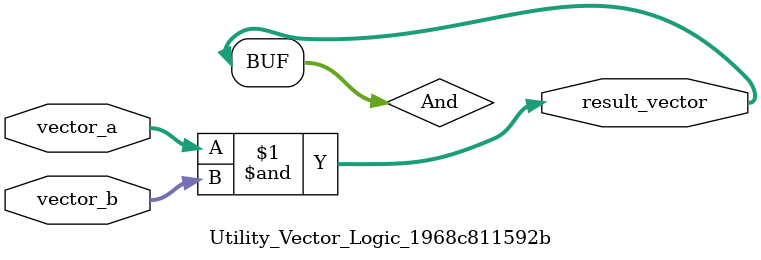
<source format=v>

module Utility_Vector_Logic_1968c811592b #(parameter OPERATION = 0, 
        parameter SIZE = 8) (
    input [(SIZE - 1):0] vector_a, 
    input [(SIZE - 1):0] vector_b, 
    output [(SIZE - 1):0] result_vector) ;
    wire [(SIZE - 1):0] And ; 
    wire [(SIZE - 1):0] Or ; 
    wire [(SIZE - 1):0] Xor ; 
    wire [(SIZE - 1):0] Not ; 
    assign And = (vector_a & vector_b) ; 
    assign Or = (vector_a | vector_b) ; 
    assign Xor = (vector_a ^ vector_b) ; 
    assign Not = (~vector_a) ; 
    assign result_vector = ((OPERATION == 0) ? And : ((OPERATION == 1) ? Or : ((OPERATION == 2) ? Xor : Not))) ; 
endmodule



</source>
